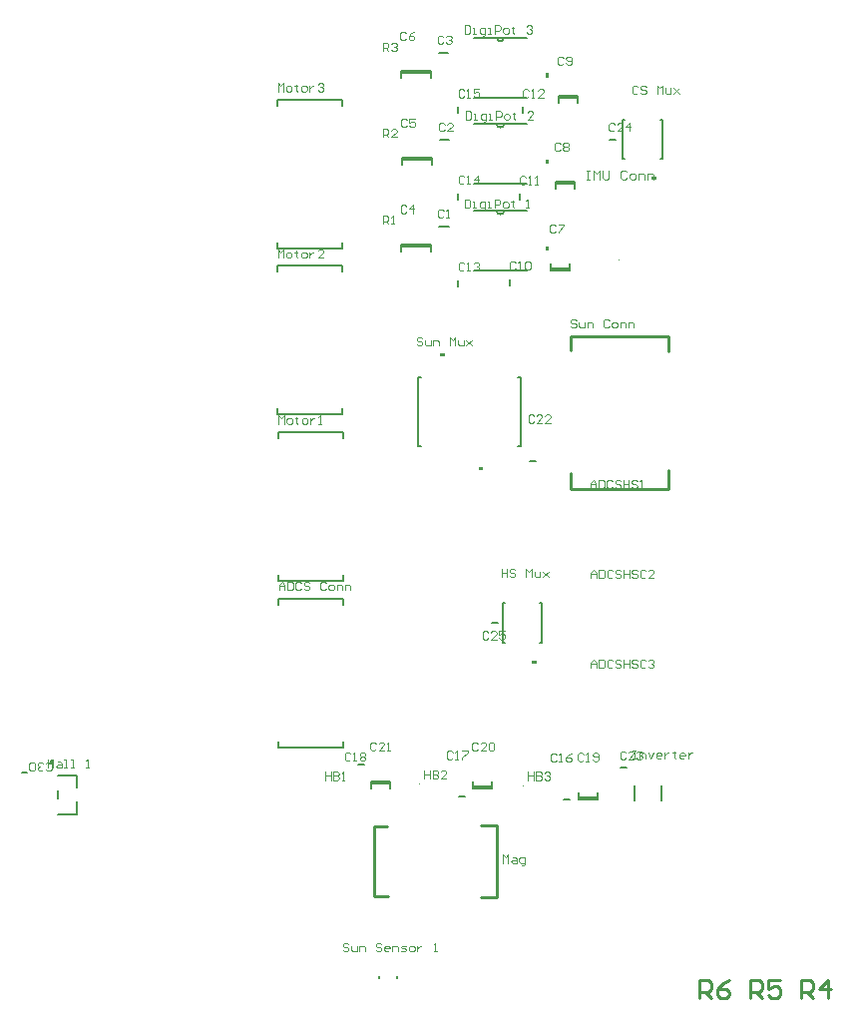
<source format=gto>
G04 Layer_Color=65535*
%FSLAX25Y25*%
%MOIN*%
G70*
G01*
G75*
%ADD30C,0.01000*%
%ADD40C,0.00600*%
%ADD41C,0.00394*%
%ADD42C,0.00787*%
%ADD43C,0.00472*%
%ADD44C,0.00496*%
G36*
X624878Y294050D02*
X623378D01*
Y295050D01*
X624878D01*
Y294050D01*
D02*
G37*
G36*
X637673Y255950D02*
X636173D01*
Y256950D01*
X637673D01*
Y255950D01*
D02*
G37*
G36*
X655455Y191300D02*
X653956D01*
Y192300D01*
X655455D01*
Y191300D01*
D02*
G37*
G36*
X659402Y329173D02*
X658402D01*
Y330673D01*
X659402D01*
Y329173D01*
D02*
G37*
G36*
X659400Y386991D02*
X658400D01*
Y388491D01*
X659400D01*
Y386991D01*
D02*
G37*
G36*
X659402Y358173D02*
X658402D01*
Y359673D01*
X659402D01*
Y358173D01*
D02*
G37*
G36*
X695555Y352800D02*
X694056D01*
Y353800D01*
X695555D01*
Y352800D01*
D02*
G37*
D30*
X637000Y113221D02*
X642118Y113123D01*
Y137139D01*
X637000D02*
X642118D01*
X601075Y113615D02*
X605799Y113713D01*
X601075Y113615D02*
X601173Y137040D01*
X605602D01*
X699462Y249565D02*
Y255766D01*
X699088Y249565D02*
X699265D01*
X666982D02*
X699285D01*
X666982D02*
Y254880D01*
X699482Y295727D02*
Y300550D01*
X667002D02*
X699482D01*
X667002Y296022D02*
Y300550D01*
X666884Y296022D02*
X667002D01*
X710050Y79550D02*
Y85548D01*
X713049D01*
X714049Y84548D01*
Y82549D01*
X713049Y81549D01*
X710050D01*
X712049D02*
X714049Y79550D01*
X720047Y85548D02*
X718047Y84548D01*
X716048Y82549D01*
Y80550D01*
X717048Y79550D01*
X719047D01*
X720047Y80550D01*
Y81549D01*
X719047Y82549D01*
X716048D01*
X727050Y79550D02*
Y85548D01*
X730049D01*
X731049Y84548D01*
Y82549D01*
X730049Y81549D01*
X727050D01*
X729049D02*
X731049Y79550D01*
X737047Y85548D02*
X733048D01*
Y82549D01*
X735047Y83549D01*
X736047D01*
X737047Y82549D01*
Y80550D01*
X736047Y79550D01*
X734048D01*
X733048Y80550D01*
X744050Y79550D02*
Y85548D01*
X747049D01*
X748049Y84548D01*
Y82549D01*
X747049Y81549D01*
X744050D01*
X746049D02*
X748049Y79550D01*
X753047D02*
Y85548D01*
X750048Y82549D01*
X754047D01*
D40*
X494046Y158531D02*
G03*
X494046Y158531I-500J0D01*
G01*
X642200Y400350D02*
G03*
X644600Y400350I1200J0D01*
G01*
X642202Y371532D02*
G03*
X644602Y371532I1200J0D01*
G01*
X642202Y342532D02*
G03*
X644602Y342532I1200J0D01*
G01*
X649319Y264000D02*
X650334D01*
X615834Y287000D02*
X616850D01*
X615834Y264000D02*
Y287000D01*
Y264000D02*
X616850D01*
X650334D02*
Y287000D01*
X649319D02*
X650334D01*
X697366Y145532D02*
Y150668D01*
X688066Y145532D02*
Y150668D01*
X656666Y198250D02*
X657369D01*
X644169Y211450D02*
X644872D01*
X644169Y198250D02*
Y211450D01*
Y198250D02*
X644872D01*
X657369D02*
Y211450D01*
X656666D02*
X657369D01*
X501996Y149941D02*
Y154031D01*
X495496Y146201D02*
Y148861D01*
Y141031D02*
X501996D01*
Y145121D01*
X495496Y154031D02*
X501996D01*
X634550Y380250D02*
X652250D01*
X634550Y400350D02*
X652250D01*
X634552Y351432D02*
X652252D01*
X634552Y371532D02*
X652252D01*
X634552Y322432D02*
X652252D01*
X634552Y342532D02*
X652252D01*
X696766Y359750D02*
X697469D01*
X684269Y372950D02*
X684972D01*
X684269Y359750D02*
Y372950D01*
Y359750D02*
X684972D01*
X697469D02*
Y372950D01*
X696766D02*
X697469D01*
X608812Y86111D02*
Y86789D01*
X602912Y86111D02*
Y86789D01*
D41*
X650967Y150379D02*
G03*
X650967Y150379I-197J0D01*
G01*
X616467Y150979D02*
G03*
X616467Y150979I-197J0D01*
G01*
X582867Y150679D02*
G03*
X582867Y150679I-197J0D01*
G01*
X683171Y326072D02*
G03*
X683171Y326072I-197J0D01*
G01*
X592699Y97496D02*
X592240Y97955D01*
X591321D01*
X590862Y97496D01*
Y97037D01*
X591321Y96578D01*
X592240D01*
X592699Y96118D01*
Y95659D01*
X592240Y95200D01*
X591321D01*
X590862Y95659D01*
X593617Y97037D02*
Y95659D01*
X594076Y95200D01*
X595454D01*
Y97037D01*
X596372Y95200D02*
Y97037D01*
X597750D01*
X598209Y96578D01*
Y95200D01*
X603719Y97496D02*
X603260Y97955D01*
X602341D01*
X601882Y97496D01*
Y97037D01*
X602341Y96578D01*
X603260D01*
X603719Y96118D01*
Y95659D01*
X603260Y95200D01*
X602341D01*
X601882Y95659D01*
X606015Y95200D02*
X605096D01*
X604637Y95659D01*
Y96578D01*
X605096Y97037D01*
X606015D01*
X606474Y96578D01*
Y96118D01*
X604637D01*
X607392Y95200D02*
Y97037D01*
X608770D01*
X609229Y96578D01*
Y95200D01*
X610147D02*
X611525D01*
X611984Y95659D01*
X611525Y96118D01*
X610606D01*
X610147Y96578D01*
X610606Y97037D01*
X611984D01*
X613362Y95200D02*
X614280D01*
X614739Y95659D01*
Y96578D01*
X614280Y97037D01*
X613362D01*
X612902Y96578D01*
Y95659D01*
X613362Y95200D01*
X615657Y97037D02*
Y95200D01*
Y96118D01*
X616117Y96578D01*
X616576Y97037D01*
X617035D01*
X621167Y95200D02*
X622086D01*
X621627D01*
Y97955D01*
X621167Y97496D01*
D42*
X629716Y146888D02*
X631684D01*
X596016Y157512D02*
X597984D01*
X640716Y204812D02*
X642684D01*
X683716Y156412D02*
X685684D01*
X590666Y377535D02*
Y379503D01*
X569012D02*
X590666D01*
X569012Y377535D02*
Y379503D01*
X590666Y329897D02*
Y331865D01*
X569012Y329897D02*
X590666D01*
X569012D02*
Y331865D01*
X590666Y322113D02*
Y324082D01*
X569012D02*
X590666D01*
X569012Y322113D02*
Y324082D01*
X590666Y274476D02*
Y276444D01*
X569012Y274476D02*
X590666D01*
X569012D02*
Y276444D01*
X590843Y266535D02*
Y268503D01*
X569190D02*
X590843D01*
X569190Y266535D02*
Y268503D01*
X590843Y218897D02*
Y220865D01*
X569190Y218897D02*
X590843D01*
X569190D02*
Y220865D01*
X653116Y258988D02*
X655084D01*
X680016Y366212D02*
X681984D01*
X600350Y151233D02*
X606650D01*
X600350Y151981D02*
X606650D01*
X600350Y149619D02*
Y151981D01*
X606650Y149619D02*
Y151981D01*
X634350Y150267D02*
X640650D01*
X634350Y149519D02*
X640650D01*
Y151881D01*
X634350Y149519D02*
Y151881D01*
X669450Y146667D02*
X675750D01*
X669450Y145919D02*
X675750D01*
Y148281D01*
X669450Y145919D02*
Y148281D01*
X664516Y145888D02*
X666484D01*
X629388Y375116D02*
Y377084D01*
Y346316D02*
Y348284D01*
Y317216D02*
Y319184D01*
X650888Y375116D02*
Y377084D01*
X649888Y346116D02*
Y348084D01*
X662950Y380233D02*
X669250D01*
X662950Y380981D02*
X669250D01*
X662950Y378619D02*
Y380981D01*
X669250Y378619D02*
Y380981D01*
X661950Y351433D02*
X668250D01*
X661950Y352181D02*
X668250D01*
X661950Y349819D02*
Y352181D01*
X668250Y349819D02*
Y352181D01*
X660350Y323267D02*
X666650D01*
X660350Y322519D02*
X666650D01*
Y324881D01*
X660350Y322519D02*
Y324881D01*
X610279Y388433D02*
X620121D01*
X610279Y389181D02*
X620121D01*
X610279Y386819D02*
Y389181D01*
X620121Y386819D02*
Y389181D01*
X610577Y359433D02*
X620420D01*
X610577Y360181D02*
X620420D01*
X610577Y357819D02*
Y360181D01*
X620420Y357819D02*
Y360181D01*
X610377Y330633D02*
X620220D01*
X610377Y331381D02*
X620220D01*
X610377Y329019D02*
Y331381D01*
X620220Y329019D02*
Y331381D01*
X622825Y395393D02*
X625975D01*
X623224Y366193D02*
X626373D01*
X622925Y337393D02*
X626075D01*
X591043Y211035D02*
Y213003D01*
X569390D02*
X591043D01*
X569390Y211035D02*
Y213003D01*
X591043Y163397D02*
Y165365D01*
X569390Y163397D02*
X591043D01*
X569390D02*
Y165365D01*
X483416Y155012D02*
X485384D01*
X646488Y317616D02*
Y319584D01*
D43*
X685237Y161596D02*
X684777Y162055D01*
X683859D01*
X683400Y161596D01*
Y159759D01*
X683859Y159300D01*
X684777D01*
X685237Y159759D01*
X687992Y159300D02*
X686155D01*
X687992Y161137D01*
Y161596D01*
X687533Y162055D01*
X686614D01*
X686155Y161596D01*
X688910D02*
X689369Y162055D01*
X690288D01*
X690747Y161596D01*
Y161137D01*
X690288Y160678D01*
X689828D01*
X690288D01*
X690747Y160218D01*
Y159759D01*
X690288Y159300D01*
X689369D01*
X688910Y159759D01*
X617337Y299796D02*
X616878Y300255D01*
X615959D01*
X615500Y299796D01*
Y299337D01*
X615959Y298878D01*
X616878D01*
X617337Y298418D01*
Y297959D01*
X616878Y297500D01*
X615959D01*
X615500Y297959D01*
X618255Y299337D02*
Y297959D01*
X618714Y297500D01*
X620092D01*
Y299337D01*
X621010Y297500D02*
Y299337D01*
X622388D01*
X622847Y298878D01*
Y297500D01*
X626520D02*
Y300255D01*
X627438Y299337D01*
X628357Y300255D01*
Y297500D01*
X629275Y299337D02*
Y297959D01*
X629734Y297500D01*
X631112D01*
Y299337D01*
X632030D02*
X633867Y297500D01*
X632948Y298418D01*
X633867Y299337D01*
X632030Y297500D01*
X604200Y395900D02*
Y398655D01*
X605578D01*
X606037Y398196D01*
Y397277D01*
X605578Y396818D01*
X604200D01*
X605118D02*
X606037Y395900D01*
X606955Y398196D02*
X607414Y398655D01*
X608332D01*
X608792Y398196D01*
Y397737D01*
X608332Y397277D01*
X607873D01*
X608332D01*
X608792Y396818D01*
Y396359D01*
X608332Y395900D01*
X607414D01*
X606955Y396359D01*
X604200Y367100D02*
Y369855D01*
X605578D01*
X606037Y369396D01*
Y368478D01*
X605578Y368018D01*
X604200D01*
X605118D02*
X606037Y367100D01*
X608792D02*
X606955D01*
X608792Y368937D01*
Y369396D01*
X608332Y369855D01*
X607414D01*
X606955Y369396D01*
X604200Y338100D02*
Y340855D01*
X605578D01*
X606037Y340396D01*
Y339477D01*
X605578Y339018D01*
X604200D01*
X605118D02*
X606037Y338100D01*
X606955D02*
X607873D01*
X607414D01*
Y340855D01*
X606955Y340396D01*
X569100Y382400D02*
Y385155D01*
X570018Y384237D01*
X570937Y385155D01*
Y382400D01*
X572314D02*
X573233D01*
X573692Y382859D01*
Y383777D01*
X573233Y384237D01*
X572314D01*
X571855Y383777D01*
Y382859D01*
X572314Y382400D01*
X575069Y384696D02*
Y384237D01*
X574610D01*
X575528D01*
X575069D01*
Y382859D01*
X575528Y382400D01*
X577365D02*
X578283D01*
X578743Y382859D01*
Y383777D01*
X578283Y384237D01*
X577365D01*
X576906Y383777D01*
Y382859D01*
X577365Y382400D01*
X579661Y384237D02*
Y382400D01*
Y383318D01*
X580120Y383777D01*
X580579Y384237D01*
X581038D01*
X582416Y384696D02*
X582875Y385155D01*
X583793D01*
X584253Y384696D01*
Y384237D01*
X583793Y383777D01*
X583334D01*
X583793D01*
X584253Y383318D01*
Y382859D01*
X583793Y382400D01*
X582875D01*
X582416Y382859D01*
X569100Y326900D02*
Y329655D01*
X570018Y328737D01*
X570937Y329655D01*
Y326900D01*
X572314D02*
X573233D01*
X573692Y327359D01*
Y328277D01*
X573233Y328737D01*
X572314D01*
X571855Y328277D01*
Y327359D01*
X572314Y326900D01*
X575069Y329196D02*
Y328737D01*
X574610D01*
X575528D01*
X575069D01*
Y327359D01*
X575528Y326900D01*
X577365D02*
X578283D01*
X578743Y327359D01*
Y328277D01*
X578283Y328737D01*
X577365D01*
X576906Y328277D01*
Y327359D01*
X577365Y326900D01*
X579661Y328737D02*
Y326900D01*
Y327818D01*
X580120Y328277D01*
X580579Y328737D01*
X581038D01*
X584253Y326900D02*
X582416D01*
X584253Y328737D01*
Y329196D01*
X583793Y329655D01*
X582875D01*
X582416Y329196D01*
X569300Y271400D02*
Y274155D01*
X570218Y273237D01*
X571137Y274155D01*
Y271400D01*
X572514D02*
X573432D01*
X573892Y271859D01*
Y272778D01*
X573432Y273237D01*
X572514D01*
X572055Y272778D01*
Y271859D01*
X572514Y271400D01*
X575269Y273696D02*
Y273237D01*
X574810D01*
X575728D01*
X575269D01*
Y271859D01*
X575728Y271400D01*
X577565D02*
X578483D01*
X578943Y271859D01*
Y272778D01*
X578483Y273237D01*
X577565D01*
X577106Y272778D01*
Y271859D01*
X577565Y271400D01*
X579861Y273237D02*
Y271400D01*
Y272318D01*
X580320Y272778D01*
X580779Y273237D01*
X581238D01*
X582616Y271400D02*
X583534D01*
X583075D01*
Y274155D01*
X582616Y273696D01*
X644200Y124700D02*
Y127455D01*
X645118Y126537D01*
X646037Y127455D01*
Y124700D01*
X647414Y126537D02*
X648333D01*
X648792Y126077D01*
Y124700D01*
X647414D01*
X646955Y125159D01*
X647414Y125618D01*
X648792D01*
X650628Y123782D02*
X651088D01*
X651547Y124241D01*
Y126537D01*
X650169D01*
X649710Y126077D01*
Y125159D01*
X650169Y124700D01*
X651547D01*
X687700Y162355D02*
X688618D01*
X688159D01*
Y159600D01*
X687700D01*
X688618D01*
X689996D02*
Y161437D01*
X691373D01*
X691832Y160977D01*
Y159600D01*
X692751Y161437D02*
X693669Y159600D01*
X694588Y161437D01*
X696883Y159600D02*
X695965D01*
X695506Y160059D01*
Y160977D01*
X695965Y161437D01*
X696883D01*
X697343Y160977D01*
Y160518D01*
X695506D01*
X698261Y161437D02*
Y159600D01*
Y160518D01*
X698720Y160977D01*
X699179Y161437D01*
X699638D01*
X701475Y161896D02*
Y161437D01*
X701016D01*
X701934D01*
X701475D01*
Y160059D01*
X701934Y159600D01*
X704689D02*
X703771D01*
X703312Y160059D01*
Y160977D01*
X703771Y161437D01*
X704689D01*
X705149Y160977D01*
Y160518D01*
X703312D01*
X706067Y161437D02*
Y159600D01*
Y160518D01*
X706526Y160977D01*
X706985Y161437D01*
X707444D01*
X643800Y222955D02*
Y220200D01*
Y221578D01*
X645637D01*
Y222955D01*
Y220200D01*
X648392Y222496D02*
X647932Y222955D01*
X647014D01*
X646555Y222496D01*
Y222037D01*
X647014Y221578D01*
X647932D01*
X648392Y221118D01*
Y220659D01*
X647932Y220200D01*
X647014D01*
X646555Y220659D01*
X652065Y220200D02*
Y222955D01*
X652983Y222037D01*
X653902Y222955D01*
Y220200D01*
X654820Y222037D02*
Y220659D01*
X655279Y220200D01*
X656657D01*
Y222037D01*
X657575D02*
X659412Y220200D01*
X658493Y221118D01*
X659412Y222037D01*
X657575Y220200D01*
X673600Y189800D02*
Y191637D01*
X674518Y192555D01*
X675437Y191637D01*
Y189800D01*
Y191177D01*
X673600D01*
X676355Y192555D02*
Y189800D01*
X677733D01*
X678192Y190259D01*
Y192096D01*
X677733Y192555D01*
X676355D01*
X680947Y192096D02*
X680488Y192555D01*
X679569D01*
X679110Y192096D01*
Y190259D01*
X679569Y189800D01*
X680488D01*
X680947Y190259D01*
X683702Y192096D02*
X683243Y192555D01*
X682324D01*
X681865Y192096D01*
Y191637D01*
X682324Y191177D01*
X683243D01*
X683702Y190718D01*
Y190259D01*
X683243Y189800D01*
X682324D01*
X681865Y190259D01*
X684620Y192555D02*
Y189800D01*
Y191177D01*
X686457D01*
Y192555D01*
Y189800D01*
X689212Y192096D02*
X688753Y192555D01*
X687834D01*
X687375Y192096D01*
Y191637D01*
X687834Y191177D01*
X688753D01*
X689212Y190718D01*
Y190259D01*
X688753Y189800D01*
X687834D01*
X687375Y190259D01*
X691967Y192096D02*
X691508Y192555D01*
X690589D01*
X690130Y192096D01*
Y190259D01*
X690589Y189800D01*
X691508D01*
X691967Y190259D01*
X692885Y192096D02*
X693344Y192555D01*
X694263D01*
X694722Y192096D01*
Y191637D01*
X694263Y191177D01*
X693804D01*
X694263D01*
X694722Y190718D01*
Y190259D01*
X694263Y189800D01*
X693344D01*
X692885Y190259D01*
X673600Y219900D02*
Y221737D01*
X674518Y222655D01*
X675437Y221737D01*
Y219900D01*
Y221277D01*
X673600D01*
X676355Y222655D02*
Y219900D01*
X677733D01*
X678192Y220359D01*
Y222196D01*
X677733Y222655D01*
X676355D01*
X680947Y222196D02*
X680488Y222655D01*
X679569D01*
X679110Y222196D01*
Y220359D01*
X679569Y219900D01*
X680488D01*
X680947Y220359D01*
X683702Y222196D02*
X683243Y222655D01*
X682324D01*
X681865Y222196D01*
Y221737D01*
X682324Y221277D01*
X683243D01*
X683702Y220818D01*
Y220359D01*
X683243Y219900D01*
X682324D01*
X681865Y220359D01*
X684620Y222655D02*
Y219900D01*
Y221277D01*
X686457D01*
Y222655D01*
Y219900D01*
X689212Y222196D02*
X688753Y222655D01*
X687834D01*
X687375Y222196D01*
Y221737D01*
X687834Y221277D01*
X688753D01*
X689212Y220818D01*
Y220359D01*
X688753Y219900D01*
X687834D01*
X687375Y220359D01*
X691967Y222196D02*
X691508Y222655D01*
X690589D01*
X690130Y222196D01*
Y220359D01*
X690589Y219900D01*
X691508D01*
X691967Y220359D01*
X694722Y219900D02*
X692885D01*
X694722Y221737D01*
Y222196D01*
X694263Y222655D01*
X693344D01*
X692885Y222196D01*
X673500Y249800D02*
Y251637D01*
X674418Y252555D01*
X675337Y251637D01*
Y249800D01*
Y251178D01*
X673500D01*
X676255Y252555D02*
Y249800D01*
X677633D01*
X678092Y250259D01*
Y252096D01*
X677633Y252555D01*
X676255D01*
X680847Y252096D02*
X680388Y252555D01*
X679469D01*
X679010Y252096D01*
Y250259D01*
X679469Y249800D01*
X680388D01*
X680847Y250259D01*
X683602Y252096D02*
X683143Y252555D01*
X682224D01*
X681765Y252096D01*
Y251637D01*
X682224Y251178D01*
X683143D01*
X683602Y250718D01*
Y250259D01*
X683143Y249800D01*
X682224D01*
X681765Y250259D01*
X684520Y252555D02*
Y249800D01*
Y251178D01*
X686357D01*
Y252555D01*
Y249800D01*
X689112Y252096D02*
X688653Y252555D01*
X687734D01*
X687275Y252096D01*
Y251637D01*
X687734Y251178D01*
X688653D01*
X689112Y250718D01*
Y250259D01*
X688653Y249800D01*
X687734D01*
X687275Y250259D01*
X690030Y249800D02*
X690948D01*
X690489D01*
Y252555D01*
X690030Y252096D01*
X492200Y159355D02*
Y156600D01*
Y157977D01*
X494037D01*
Y159355D01*
Y156600D01*
X495414Y158437D02*
X496333D01*
X496792Y157977D01*
Y156600D01*
X495414D01*
X494955Y157059D01*
X495414Y157518D01*
X496792D01*
X497710Y156600D02*
X498628D01*
X498169D01*
Y159355D01*
X497710D01*
X500006Y156600D02*
X500924D01*
X500465D01*
Y159355D01*
X500006D01*
X505057Y156600D02*
X505975D01*
X505516D01*
Y159355D01*
X505057Y158896D01*
X631500Y404455D02*
Y401700D01*
X632877D01*
X633337Y402159D01*
Y403996D01*
X632877Y404455D01*
X631500D01*
X634255Y401700D02*
X635173D01*
X634714D01*
Y403537D01*
X634255D01*
X637469Y400782D02*
X637928D01*
X638388Y401241D01*
Y403537D01*
X637010D01*
X636551Y403078D01*
Y402159D01*
X637010Y401700D01*
X638388D01*
X639306D02*
X640224D01*
X639765D01*
Y403537D01*
X639306D01*
X641602Y401700D02*
Y404455D01*
X642979D01*
X643438Y403996D01*
Y403078D01*
X642979Y402618D01*
X641602D01*
X644816Y401700D02*
X645734D01*
X646193Y402159D01*
Y403078D01*
X645734Y403537D01*
X644816D01*
X644357Y403078D01*
Y402159D01*
X644816Y401700D01*
X647571Y403996D02*
Y403537D01*
X647112D01*
X648030D01*
X647571D01*
Y402159D01*
X648030Y401700D01*
X652163Y403996D02*
X652622Y404455D01*
X653540D01*
X653999Y403996D01*
Y403537D01*
X653540Y403078D01*
X653081D01*
X653540D01*
X653999Y402618D01*
Y402159D01*
X653540Y401700D01*
X652622D01*
X652163Y402159D01*
X631800Y375755D02*
Y373000D01*
X633178D01*
X633637Y373459D01*
Y375296D01*
X633178Y375755D01*
X631800D01*
X634555Y373000D02*
X635473D01*
X635014D01*
Y374837D01*
X634555D01*
X637769Y372082D02*
X638228D01*
X638688Y372541D01*
Y374837D01*
X637310D01*
X636851Y374377D01*
Y373459D01*
X637310Y373000D01*
X638688D01*
X639606D02*
X640524D01*
X640065D01*
Y374837D01*
X639606D01*
X641902Y373000D02*
Y375755D01*
X643279D01*
X643738Y375296D01*
Y374377D01*
X643279Y373918D01*
X641902D01*
X645116Y373000D02*
X646034D01*
X646493Y373459D01*
Y374377D01*
X646034Y374837D01*
X645116D01*
X644657Y374377D01*
Y373459D01*
X645116Y373000D01*
X647871Y375296D02*
Y374837D01*
X647412D01*
X648330D01*
X647871D01*
Y373459D01*
X648330Y373000D01*
X654299D02*
X652463D01*
X654299Y374837D01*
Y375296D01*
X653840Y375755D01*
X652922D01*
X652463Y375296D01*
X631400Y346355D02*
Y343600D01*
X632778D01*
X633237Y344059D01*
Y345896D01*
X632778Y346355D01*
X631400D01*
X634155Y343600D02*
X635073D01*
X634614D01*
Y345437D01*
X634155D01*
X637369Y342682D02*
X637828D01*
X638288Y343141D01*
Y345437D01*
X636910D01*
X636451Y344977D01*
Y344059D01*
X636910Y343600D01*
X638288D01*
X639206D02*
X640124D01*
X639665D01*
Y345437D01*
X639206D01*
X641502Y343600D02*
Y346355D01*
X642879D01*
X643338Y345896D01*
Y344977D01*
X642879Y344518D01*
X641502D01*
X644716Y343600D02*
X645634D01*
X646093Y344059D01*
Y344977D01*
X645634Y345437D01*
X644716D01*
X644257Y344977D01*
Y344059D01*
X644716Y343600D01*
X647471Y345896D02*
Y345437D01*
X647012D01*
X647930D01*
X647471D01*
Y344059D01*
X647930Y343600D01*
X652063D02*
X652981D01*
X652522D01*
Y346355D01*
X652063Y345896D01*
X689337Y383896D02*
X688877Y384355D01*
X687959D01*
X687500Y383896D01*
Y382059D01*
X687959Y381600D01*
X688877D01*
X689337Y382059D01*
X692092Y383896D02*
X691633Y384355D01*
X690714D01*
X690255Y383896D01*
Y383437D01*
X690714Y382978D01*
X691633D01*
X692092Y382518D01*
Y382059D01*
X691633Y381600D01*
X690714D01*
X690255Y382059D01*
X695765Y381600D02*
Y384355D01*
X696683Y383437D01*
X697602Y384355D01*
Y381600D01*
X698520Y383437D02*
Y382059D01*
X698979Y381600D01*
X700357D01*
Y383437D01*
X701275D02*
X703112Y381600D01*
X702193Y382518D01*
X703112Y383437D01*
X701275Y381600D01*
X654637Y273996D02*
X654178Y274455D01*
X653259D01*
X652800Y273996D01*
Y272159D01*
X653259Y271700D01*
X654178D01*
X654637Y272159D01*
X657392Y271700D02*
X655555D01*
X657392Y273537D01*
Y273996D01*
X656932Y274455D01*
X656014D01*
X655555Y273996D01*
X660147Y271700D02*
X658310D01*
X660147Y273537D01*
Y273996D01*
X659688Y274455D01*
X658769D01*
X658310Y273996D01*
X639337Y201696D02*
X638877Y202155D01*
X637959D01*
X637500Y201696D01*
Y199859D01*
X637959Y199400D01*
X638877D01*
X639337Y199859D01*
X642092Y199400D02*
X640255D01*
X642092Y201237D01*
Y201696D01*
X641633Y202155D01*
X640714D01*
X640255Y201696D01*
X644847Y202155D02*
X643010D01*
Y200778D01*
X643928Y201237D01*
X644388D01*
X644847Y200778D01*
Y199859D01*
X644388Y199400D01*
X643469D01*
X643010Y199859D01*
X681537Y371396D02*
X681077Y371855D01*
X680159D01*
X679700Y371396D01*
Y369559D01*
X680159Y369100D01*
X681077D01*
X681537Y369559D01*
X684292Y369100D02*
X682455D01*
X684292Y370937D01*
Y371396D01*
X683833Y371855D01*
X682914D01*
X682455Y371396D01*
X686588Y369100D02*
Y371855D01*
X685210Y370478D01*
X687047D01*
X601837Y164596D02*
X601377Y165055D01*
X600459D01*
X600000Y164596D01*
Y162759D01*
X600459Y162300D01*
X601377D01*
X601837Y162759D01*
X604592Y162300D02*
X602755D01*
X604592Y164137D01*
Y164596D01*
X604133Y165055D01*
X603214D01*
X602755Y164596D01*
X605510Y162300D02*
X606428D01*
X605969D01*
Y165055D01*
X605510Y164596D01*
X635837Y164496D02*
X635378Y164955D01*
X634459D01*
X634000Y164496D01*
Y162659D01*
X634459Y162200D01*
X635378D01*
X635837Y162659D01*
X638592Y162200D02*
X636755D01*
X638592Y164037D01*
Y164496D01*
X638132Y164955D01*
X637214D01*
X636755Y164496D01*
X639510D02*
X639969Y164955D01*
X640888D01*
X641347Y164496D01*
Y162659D01*
X640888Y162200D01*
X639969D01*
X639510Y162659D01*
Y164496D01*
X671137Y160996D02*
X670678Y161455D01*
X669759D01*
X669300Y160996D01*
Y159159D01*
X669759Y158700D01*
X670678D01*
X671137Y159159D01*
X672055Y158700D02*
X672973D01*
X672514D01*
Y161455D01*
X672055Y160996D01*
X674351Y159159D02*
X674810Y158700D01*
X675728D01*
X676188Y159159D01*
Y160996D01*
X675728Y161455D01*
X674810D01*
X674351Y160996D01*
Y160537D01*
X674810Y160078D01*
X676188D01*
X593337Y161096D02*
X592877Y161555D01*
X591959D01*
X591500Y161096D01*
Y159259D01*
X591959Y158800D01*
X592877D01*
X593337Y159259D01*
X594255Y158800D02*
X595173D01*
X594714D01*
Y161555D01*
X594255Y161096D01*
X596551D02*
X597010Y161555D01*
X597928D01*
X598388Y161096D01*
Y160637D01*
X597928Y160178D01*
X598388Y159718D01*
Y159259D01*
X597928Y158800D01*
X597010D01*
X596551Y159259D01*
Y159718D01*
X597010Y160178D01*
X596551Y160637D01*
Y161096D01*
X597010Y160178D02*
X597928D01*
X627437Y161696D02*
X626977Y162155D01*
X626059D01*
X625600Y161696D01*
Y159859D01*
X626059Y159400D01*
X626977D01*
X627437Y159859D01*
X628355Y159400D02*
X629273D01*
X628814D01*
Y162155D01*
X628355Y161696D01*
X630651Y162155D02*
X632488D01*
Y161696D01*
X630651Y159859D01*
Y159400D01*
X662137Y160896D02*
X661678Y161355D01*
X660759D01*
X660300Y160896D01*
Y159059D01*
X660759Y158600D01*
X661678D01*
X662137Y159059D01*
X663055Y158600D02*
X663973D01*
X663514D01*
Y161355D01*
X663055Y160896D01*
X667188Y161355D02*
X666269Y160896D01*
X665351Y159977D01*
Y159059D01*
X665810Y158600D01*
X666728D01*
X667188Y159059D01*
Y159518D01*
X666728Y159977D01*
X665351D01*
X631337Y382696D02*
X630877Y383155D01*
X629959D01*
X629500Y382696D01*
Y380859D01*
X629959Y380400D01*
X630877D01*
X631337Y380859D01*
X632255Y380400D02*
X633173D01*
X632714D01*
Y383155D01*
X632255Y382696D01*
X636388Y383155D02*
X634551D01*
Y381778D01*
X635469Y382237D01*
X635928D01*
X636388Y381778D01*
Y380859D01*
X635928Y380400D01*
X635010D01*
X634551Y380859D01*
X631337Y353896D02*
X630877Y354355D01*
X629959D01*
X629500Y353896D01*
Y352059D01*
X629959Y351600D01*
X630877D01*
X631337Y352059D01*
X632255Y351600D02*
X633173D01*
X632714D01*
Y354355D01*
X632255Y353896D01*
X635928Y351600D02*
Y354355D01*
X634551Y352977D01*
X636388D01*
X631337Y324796D02*
X630877Y325255D01*
X629959D01*
X629500Y324796D01*
Y322959D01*
X629959Y322500D01*
X630877D01*
X631337Y322959D01*
X632255Y322500D02*
X633173D01*
X632714D01*
Y325255D01*
X632255Y324796D01*
X634551D02*
X635010Y325255D01*
X635928D01*
X636388Y324796D01*
Y324337D01*
X635928Y323878D01*
X635469D01*
X635928D01*
X636388Y323418D01*
Y322959D01*
X635928Y322500D01*
X635010D01*
X634551Y322959D01*
X652837Y382696D02*
X652378Y383155D01*
X651459D01*
X651000Y382696D01*
Y380859D01*
X651459Y380400D01*
X652378D01*
X652837Y380859D01*
X653755Y380400D02*
X654673D01*
X654214D01*
Y383155D01*
X653755Y382696D01*
X657888Y380400D02*
X656051D01*
X657888Y382237D01*
Y382696D01*
X657428Y383155D01*
X656510D01*
X656051Y382696D01*
X651837Y353694D02*
X651377Y354153D01*
X650459D01*
X650000Y353694D01*
Y351858D01*
X650459Y351398D01*
X651377D01*
X651837Y351858D01*
X652755Y351398D02*
X653673D01*
X653214D01*
Y354153D01*
X652755Y353694D01*
X655051Y351398D02*
X655969D01*
X655510D01*
Y354153D01*
X655051Y353694D01*
X648437Y325196D02*
X647977Y325655D01*
X647059D01*
X646600Y325196D01*
Y323359D01*
X647059Y322900D01*
X647977D01*
X648437Y323359D01*
X649355Y322900D02*
X650273D01*
X649814D01*
Y325655D01*
X649355Y325196D01*
X651651D02*
X652110Y325655D01*
X653028D01*
X653488Y325196D01*
Y323359D01*
X653028Y322900D01*
X652110D01*
X651651Y323359D01*
Y325196D01*
X664437Y393596D02*
X663977Y394055D01*
X663059D01*
X662600Y393596D01*
Y391759D01*
X663059Y391300D01*
X663977D01*
X664437Y391759D01*
X665355D02*
X665814Y391300D01*
X666733D01*
X667192Y391759D01*
Y393596D01*
X666733Y394055D01*
X665814D01*
X665355Y393596D01*
Y393137D01*
X665814Y392677D01*
X667192D01*
X663437Y364796D02*
X662978Y365255D01*
X662059D01*
X661600Y364796D01*
Y362959D01*
X662059Y362500D01*
X662978D01*
X663437Y362959D01*
X664355Y364796D02*
X664814Y365255D01*
X665732D01*
X666192Y364796D01*
Y364337D01*
X665732Y363878D01*
X666192Y363418D01*
Y362959D01*
X665732Y362500D01*
X664814D01*
X664355Y362959D01*
Y363418D01*
X664814Y363878D01*
X664355Y364337D01*
Y364796D01*
X664814Y363878D02*
X665732D01*
X661837Y337496D02*
X661377Y337955D01*
X660459D01*
X660000Y337496D01*
Y335659D01*
X660459Y335200D01*
X661377D01*
X661837Y335659D01*
X662755Y337955D02*
X664592D01*
Y337496D01*
X662755Y335659D01*
Y335200D01*
X611837Y401796D02*
X611377Y402255D01*
X610459D01*
X610000Y401796D01*
Y399959D01*
X610459Y399500D01*
X611377D01*
X611837Y399959D01*
X614592Y402255D02*
X613673Y401796D01*
X612755Y400878D01*
Y399959D01*
X613214Y399500D01*
X614132D01*
X614592Y399959D01*
Y400418D01*
X614132Y400878D01*
X612755D01*
X612137Y372796D02*
X611678Y373255D01*
X610759D01*
X610300Y372796D01*
Y370959D01*
X610759Y370500D01*
X611678D01*
X612137Y370959D01*
X614892Y373255D02*
X613055D01*
Y371878D01*
X613973Y372337D01*
X614432D01*
X614892Y371878D01*
Y370959D01*
X614432Y370500D01*
X613514D01*
X613055Y370959D01*
X611937Y343996D02*
X611478Y344455D01*
X610559D01*
X610100Y343996D01*
Y342159D01*
X610559Y341700D01*
X611478D01*
X611937Y342159D01*
X614232Y341700D02*
Y344455D01*
X612855Y343077D01*
X614692D01*
X624337Y400596D02*
X623877Y401055D01*
X622959D01*
X622500Y400596D01*
Y398759D01*
X622959Y398300D01*
X623877D01*
X624337Y398759D01*
X625255Y400596D02*
X625714Y401055D01*
X626632D01*
X627092Y400596D01*
Y400137D01*
X626632Y399677D01*
X626173D01*
X626632D01*
X627092Y399218D01*
Y398759D01*
X626632Y398300D01*
X625714D01*
X625255Y398759D01*
X624737Y371396D02*
X624277Y371855D01*
X623359D01*
X622900Y371396D01*
Y369559D01*
X623359Y369100D01*
X624277D01*
X624737Y369559D01*
X627492Y369100D02*
X625655D01*
X627492Y370937D01*
Y371396D01*
X627033Y371855D01*
X626114D01*
X625655Y371396D01*
X624437Y342596D02*
X623978Y343055D01*
X623059D01*
X622600Y342596D01*
Y340759D01*
X623059Y340300D01*
X623978D01*
X624437Y340759D01*
X625355Y340300D02*
X626273D01*
X625814D01*
Y343055D01*
X625355Y342596D01*
X652600Y155155D02*
Y152400D01*
Y153778D01*
X654437D01*
Y155155D01*
Y152400D01*
X655355Y155155D02*
Y152400D01*
X656733D01*
X657192Y152859D01*
Y153318D01*
X656733Y153778D01*
X655355D01*
X656733D01*
X657192Y154237D01*
Y154696D01*
X656733Y155155D01*
X655355D01*
X658110Y154696D02*
X658569Y155155D01*
X659488D01*
X659947Y154696D01*
Y154237D01*
X659488Y153778D01*
X659028D01*
X659488D01*
X659947Y153318D01*
Y152859D01*
X659488Y152400D01*
X658569D01*
X658110Y152859D01*
X618000Y155555D02*
Y152800D01*
Y154177D01*
X619837D01*
Y155555D01*
Y152800D01*
X620755Y155555D02*
Y152800D01*
X622132D01*
X622592Y153259D01*
Y153718D01*
X622132Y154177D01*
X620755D01*
X622132D01*
X622592Y154637D01*
Y155096D01*
X622132Y155555D01*
X620755D01*
X625347Y152800D02*
X623510D01*
X625347Y154637D01*
Y155096D01*
X624888Y155555D01*
X623969D01*
X623510Y155096D01*
X584900Y155155D02*
Y152400D01*
Y153778D01*
X586737D01*
Y155155D01*
Y152400D01*
X587655Y155155D02*
Y152400D01*
X589033D01*
X589492Y152859D01*
Y153318D01*
X589033Y153778D01*
X587655D01*
X589033D01*
X589492Y154237D01*
Y154696D01*
X589033Y155155D01*
X587655D01*
X590410Y152400D02*
X591328D01*
X590869D01*
Y155155D01*
X590410Y154696D01*
X569500Y215900D02*
Y217737D01*
X570418Y218655D01*
X571337Y217737D01*
Y215900D01*
Y217278D01*
X569500D01*
X572255Y218655D02*
Y215900D01*
X573632D01*
X574092Y216359D01*
Y218196D01*
X573632Y218655D01*
X572255D01*
X576847Y218196D02*
X576388Y218655D01*
X575469D01*
X575010Y218196D01*
Y216359D01*
X575469Y215900D01*
X576388D01*
X576847Y216359D01*
X579602Y218196D02*
X579143Y218655D01*
X578224D01*
X577765Y218196D01*
Y217737D01*
X578224Y217278D01*
X579143D01*
X579602Y216818D01*
Y216359D01*
X579143Y215900D01*
X578224D01*
X577765Y216359D01*
X585112Y218196D02*
X584653Y218655D01*
X583734D01*
X583275Y218196D01*
Y216359D01*
X583734Y215900D01*
X584653D01*
X585112Y216359D01*
X586489Y215900D02*
X587408D01*
X587867Y216359D01*
Y217278D01*
X587408Y217737D01*
X586489D01*
X586030Y217278D01*
Y216359D01*
X586489Y215900D01*
X588785D02*
Y217737D01*
X590163D01*
X590622Y217278D01*
Y215900D01*
X591540D02*
Y217737D01*
X592918D01*
X593377Y217278D01*
Y215900D01*
X491563Y155904D02*
X492023Y155445D01*
X492941D01*
X493400Y155904D01*
Y157741D01*
X492941Y158200D01*
X492023D01*
X491563Y157741D01*
X490645Y155904D02*
X490186Y155445D01*
X489267D01*
X488808Y155904D01*
Y156363D01*
X489267Y156823D01*
X489727D01*
X489267D01*
X488808Y157282D01*
Y157741D01*
X489267Y158200D01*
X490186D01*
X490645Y157741D01*
X487890Y155904D02*
X487431Y155445D01*
X486512D01*
X486053Y155904D01*
Y157741D01*
X486512Y158200D01*
X487431D01*
X487890Y157741D01*
Y155904D01*
X668737Y305796D02*
X668278Y306255D01*
X667359D01*
X666900Y305796D01*
Y305337D01*
X667359Y304877D01*
X668278D01*
X668737Y304418D01*
Y303959D01*
X668278Y303500D01*
X667359D01*
X666900Y303959D01*
X669655Y305337D02*
Y303959D01*
X670114Y303500D01*
X671492D01*
Y305337D01*
X672410Y303500D02*
Y305337D01*
X673788D01*
X674247Y304877D01*
Y303500D01*
X679757Y305796D02*
X679298Y306255D01*
X678379D01*
X677920Y305796D01*
Y303959D01*
X678379Y303500D01*
X679298D01*
X679757Y303959D01*
X681134Y303500D02*
X682053D01*
X682512Y303959D01*
Y304877D01*
X682053Y305337D01*
X681134D01*
X680675Y304877D01*
Y303959D01*
X681134Y303500D01*
X683430D02*
Y305337D01*
X684808D01*
X685267Y304877D01*
Y303500D01*
X686185D02*
Y305337D01*
X687563D01*
X688022Y304877D01*
Y303500D01*
D44*
X672100Y355999D02*
X673100D01*
X672600D01*
Y353000D01*
X672100D01*
X673100D01*
X674599D02*
Y355999D01*
X675599Y354999D01*
X676599Y355999D01*
Y353000D01*
X677598Y355999D02*
Y353500D01*
X678098Y353000D01*
X679098D01*
X679598Y353500D01*
Y355999D01*
X685596Y355499D02*
X685096Y355999D01*
X684096D01*
X683596Y355499D01*
Y353500D01*
X684096Y353000D01*
X685096D01*
X685596Y353500D01*
X687095Y353000D02*
X688095D01*
X688595Y353500D01*
Y354500D01*
X688095Y354999D01*
X687095D01*
X686595Y354500D01*
Y353500D01*
X687095Y353000D01*
X689594D02*
Y354999D01*
X691094D01*
X691594Y354500D01*
Y353000D01*
X692593D02*
Y354999D01*
X694093D01*
X694593Y354500D01*
Y353000D01*
M02*

</source>
